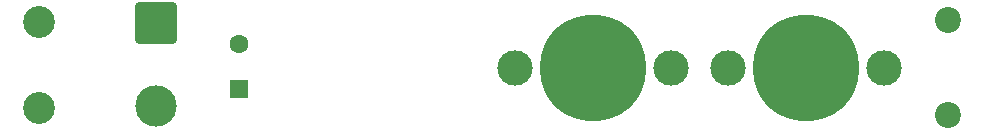
<source format=gbr>
%TF.GenerationSoftware,KiCad,Pcbnew,6.0.8-f2edbf62ab~116~ubuntu22.04.1*%
%TF.CreationDate,2022-10-15T18:03:24-07:00*%
%TF.ProjectId,syringe,73797269-6e67-4652-9e6b-696361645f70,rev?*%
%TF.SameCoordinates,Original*%
%TF.FileFunction,Soldermask,Bot*%
%TF.FilePolarity,Negative*%
%FSLAX46Y46*%
G04 Gerber Fmt 4.6, Leading zero omitted, Abs format (unit mm)*
G04 Created by KiCad (PCBNEW 6.0.8-f2edbf62ab~116~ubuntu22.04.1) date 2022-10-15 18:03:24*
%MOMM*%
%LPD*%
G01*
G04 APERTURE LIST*
G04 Aperture macros list*
%AMRoundRect*
0 Rectangle with rounded corners*
0 $1 Rounding radius*
0 $2 $3 $4 $5 $6 $7 $8 $9 X,Y pos of 4 corners*
0 Add a 4 corners polygon primitive as box body*
4,1,4,$2,$3,$4,$5,$6,$7,$8,$9,$2,$3,0*
0 Add four circle primitives for the rounded corners*
1,1,$1+$1,$2,$3*
1,1,$1+$1,$4,$5*
1,1,$1+$1,$6,$7*
1,1,$1+$1,$8,$9*
0 Add four rect primitives between the rounded corners*
20,1,$1+$1,$2,$3,$4,$5,0*
20,1,$1+$1,$4,$5,$6,$7,0*
20,1,$1+$1,$6,$7,$8,$9,0*
20,1,$1+$1,$8,$9,$2,$3,0*%
G04 Aperture macros list end*
%ADD10RoundRect,0.250002X-1.499998X1.499998X-1.499998X-1.499998X1.499998X-1.499998X1.499998X1.499998X0*%
%ADD11C,3.500000*%
%ADD12C,2.700000*%
%ADD13C,2.200000*%
%ADD14R,1.600000X1.600000*%
%ADD15C,1.600000*%
%ADD16C,3.000000*%
%ADD17C,9.000000*%
G04 APERTURE END LIST*
D10*
%TO.C,J1*%
X103000000Y-103250000D03*
D11*
X103000000Y-110250000D03*
%TD*%
D12*
%TO.C,H4*%
X93100000Y-110400000D03*
%TD*%
%TO.C,H3*%
X93100000Y-103100000D03*
%TD*%
D13*
%TO.C,H2*%
X170000000Y-111000000D03*
%TD*%
%TO.C,H1*%
X170000000Y-103000000D03*
%TD*%
D14*
%TO.C,C1*%
X110000000Y-108802651D03*
D15*
X110000000Y-105002651D03*
%TD*%
D16*
%TO.C,BT2*%
X133400000Y-107000000D03*
X146600000Y-107000000D03*
D17*
X140000000Y-107000000D03*
%TD*%
D16*
%TO.C,BT1*%
X151400000Y-107000000D03*
X164600000Y-107000000D03*
D17*
X158000000Y-107000000D03*
%TD*%
M02*

</source>
